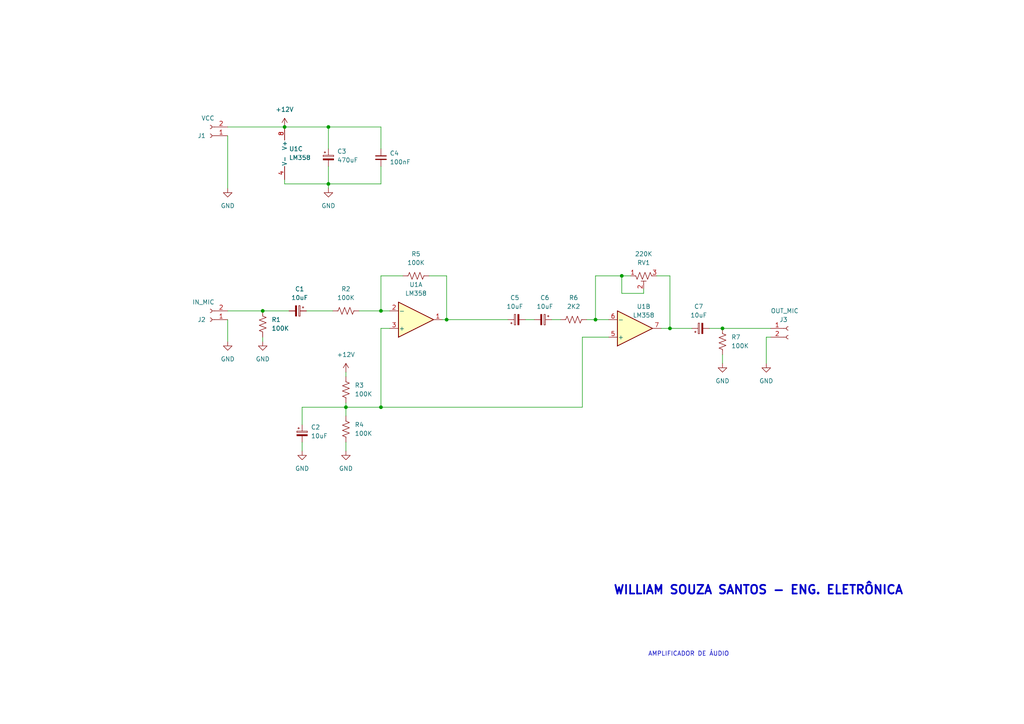
<source format=kicad_sch>
(kicad_sch (version 20211123) (generator eeschema)

  (uuid 6655a561-e2e1-4044-adf7-09ff39dd7778)

  (paper "A4")

  (lib_symbols
    (symbol "Amplifier_Operational:LM358" (pin_names (offset 0.127)) (in_bom yes) (on_board yes)
      (property "Reference" "U" (id 0) (at 0 5.08 0)
        (effects (font (size 1.27 1.27)) (justify left))
      )
      (property "Value" "LM358" (id 1) (at 0 -5.08 0)
        (effects (font (size 1.27 1.27)) (justify left))
      )
      (property "Footprint" "" (id 2) (at 0 0 0)
        (effects (font (size 1.27 1.27)) hide)
      )
      (property "Datasheet" "http://www.ti.com/lit/ds/symlink/lm2904-n.pdf" (id 3) (at 0 0 0)
        (effects (font (size 1.27 1.27)) hide)
      )
      (property "ki_locked" "" (id 4) (at 0 0 0)
        (effects (font (size 1.27 1.27)))
      )
      (property "ki_keywords" "dual opamp" (id 5) (at 0 0 0)
        (effects (font (size 1.27 1.27)) hide)
      )
      (property "ki_description" "Low-Power, Dual Operational Amplifiers, DIP-8/SOIC-8/TO-99-8" (id 6) (at 0 0 0)
        (effects (font (size 1.27 1.27)) hide)
      )
      (property "ki_fp_filters" "SOIC*3.9x4.9mm*P1.27mm* DIP*W7.62mm* TO*99* OnSemi*Micro8* TSSOP*3x3mm*P0.65mm* TSSOP*4.4x3mm*P0.65mm* MSOP*3x3mm*P0.65mm* SSOP*3.9x4.9mm*P0.635mm* LFCSP*2x2mm*P0.5mm* *SIP* SOIC*5.3x6.2mm*P1.27mm*" (id 7) (at 0 0 0)
        (effects (font (size 1.27 1.27)) hide)
      )
      (symbol "LM358_1_1"
        (polyline
          (pts
            (xy -5.08 5.08)
            (xy 5.08 0)
            (xy -5.08 -5.08)
            (xy -5.08 5.08)
          )
          (stroke (width 0.254) (type default) (color 0 0 0 0))
          (fill (type background))
        )
        (pin output line (at 7.62 0 180) (length 2.54)
          (name "~" (effects (font (size 1.27 1.27))))
          (number "1" (effects (font (size 1.27 1.27))))
        )
        (pin input line (at -7.62 -2.54 0) (length 2.54)
          (name "-" (effects (font (size 1.27 1.27))))
          (number "2" (effects (font (size 1.27 1.27))))
        )
        (pin input line (at -7.62 2.54 0) (length 2.54)
          (name "+" (effects (font (size 1.27 1.27))))
          (number "3" (effects (font (size 1.27 1.27))))
        )
      )
      (symbol "LM358_2_1"
        (polyline
          (pts
            (xy -5.08 5.08)
            (xy 5.08 0)
            (xy -5.08 -5.08)
            (xy -5.08 5.08)
          )
          (stroke (width 0.254) (type default) (color 0 0 0 0))
          (fill (type background))
        )
        (pin input line (at -7.62 2.54 0) (length 2.54)
          (name "+" (effects (font (size 1.27 1.27))))
          (number "5" (effects (font (size 1.27 1.27))))
        )
        (pin input line (at -7.62 -2.54 0) (length 2.54)
          (name "-" (effects (font (size 1.27 1.27))))
          (number "6" (effects (font (size 1.27 1.27))))
        )
        (pin output line (at 7.62 0 180) (length 2.54)
          (name "~" (effects (font (size 1.27 1.27))))
          (number "7" (effects (font (size 1.27 1.27))))
        )
      )
      (symbol "LM358_3_1"
        (pin power_in line (at -2.54 -7.62 90) (length 3.81)
          (name "V-" (effects (font (size 1.27 1.27))))
          (number "4" (effects (font (size 1.27 1.27))))
        )
        (pin power_in line (at -2.54 7.62 270) (length 3.81)
          (name "V+" (effects (font (size 1.27 1.27))))
          (number "8" (effects (font (size 1.27 1.27))))
        )
      )
    )
    (symbol "Connector:Conn_01x02_Female" (pin_names (offset 1.016) hide) (in_bom yes) (on_board yes)
      (property "Reference" "J" (id 0) (at 0 2.54 0)
        (effects (font (size 1.27 1.27)))
      )
      (property "Value" "Conn_01x02_Female" (id 1) (at 0 -5.08 0)
        (effects (font (size 1.27 1.27)))
      )
      (property "Footprint" "" (id 2) (at 0 0 0)
        (effects (font (size 1.27 1.27)) hide)
      )
      (property "Datasheet" "~" (id 3) (at 0 0 0)
        (effects (font (size 1.27 1.27)) hide)
      )
      (property "ki_keywords" "connector" (id 4) (at 0 0 0)
        (effects (font (size 1.27 1.27)) hide)
      )
      (property "ki_description" "Generic connector, single row, 01x02, script generated (kicad-library-utils/schlib/autogen/connector/)" (id 5) (at 0 0 0)
        (effects (font (size 1.27 1.27)) hide)
      )
      (property "ki_fp_filters" "Connector*:*_1x??_*" (id 6) (at 0 0 0)
        (effects (font (size 1.27 1.27)) hide)
      )
      (symbol "Conn_01x02_Female_1_1"
        (arc (start 0 -2.032) (mid -0.508 -2.54) (end 0 -3.048)
          (stroke (width 0.1524) (type default) (color 0 0 0 0))
          (fill (type none))
        )
        (polyline
          (pts
            (xy -1.27 -2.54)
            (xy -0.508 -2.54)
          )
          (stroke (width 0.1524) (type default) (color 0 0 0 0))
          (fill (type none))
        )
        (polyline
          (pts
            (xy -1.27 0)
            (xy -0.508 0)
          )
          (stroke (width 0.1524) (type default) (color 0 0 0 0))
          (fill (type none))
        )
        (arc (start 0 0.508) (mid -0.508 0) (end 0 -0.508)
          (stroke (width 0.1524) (type default) (color 0 0 0 0))
          (fill (type none))
        )
        (pin passive line (at -5.08 0 0) (length 3.81)
          (name "Pin_1" (effects (font (size 1.27 1.27))))
          (number "1" (effects (font (size 1.27 1.27))))
        )
        (pin passive line (at -5.08 -2.54 0) (length 3.81)
          (name "Pin_2" (effects (font (size 1.27 1.27))))
          (number "2" (effects (font (size 1.27 1.27))))
        )
      )
    )
    (symbol "Device:C_Polarized_Small" (pin_numbers hide) (pin_names (offset 0.254) hide) (in_bom yes) (on_board yes)
      (property "Reference" "C" (id 0) (at 0.254 1.778 0)
        (effects (font (size 1.27 1.27)) (justify left))
      )
      (property "Value" "C_Polarized_Small" (id 1) (at 0.254 -2.032 0)
        (effects (font (size 1.27 1.27)) (justify left))
      )
      (property "Footprint" "" (id 2) (at 0 0 0)
        (effects (font (size 1.27 1.27)) hide)
      )
      (property "Datasheet" "~" (id 3) (at 0 0 0)
        (effects (font (size 1.27 1.27)) hide)
      )
      (property "ki_keywords" "cap capacitor" (id 4) (at 0 0 0)
        (effects (font (size 1.27 1.27)) hide)
      )
      (property "ki_description" "Polarized capacitor, small symbol" (id 5) (at 0 0 0)
        (effects (font (size 1.27 1.27)) hide)
      )
      (property "ki_fp_filters" "CP_*" (id 6) (at 0 0 0)
        (effects (font (size 1.27 1.27)) hide)
      )
      (symbol "C_Polarized_Small_0_1"
        (rectangle (start -1.524 -0.3048) (end 1.524 -0.6858)
          (stroke (width 0) (type default) (color 0 0 0 0))
          (fill (type outline))
        )
        (rectangle (start -1.524 0.6858) (end 1.524 0.3048)
          (stroke (width 0) (type default) (color 0 0 0 0))
          (fill (type none))
        )
        (polyline
          (pts
            (xy -1.27 1.524)
            (xy -0.762 1.524)
          )
          (stroke (width 0) (type default) (color 0 0 0 0))
          (fill (type none))
        )
        (polyline
          (pts
            (xy -1.016 1.27)
            (xy -1.016 1.778)
          )
          (stroke (width 0) (type default) (color 0 0 0 0))
          (fill (type none))
        )
      )
      (symbol "C_Polarized_Small_1_1"
        (pin passive line (at 0 2.54 270) (length 1.8542)
          (name "~" (effects (font (size 1.27 1.27))))
          (number "1" (effects (font (size 1.27 1.27))))
        )
        (pin passive line (at 0 -2.54 90) (length 1.8542)
          (name "~" (effects (font (size 1.27 1.27))))
          (number "2" (effects (font (size 1.27 1.27))))
        )
      )
    )
    (symbol "Device:C_Small" (pin_numbers hide) (pin_names (offset 0.254) hide) (in_bom yes) (on_board yes)
      (property "Reference" "C" (id 0) (at 0.254 1.778 0)
        (effects (font (size 1.27 1.27)) (justify left))
      )
      (property "Value" "C_Small" (id 1) (at 0.254 -2.032 0)
        (effects (font (size 1.27 1.27)) (justify left))
      )
      (property "Footprint" "" (id 2) (at 0 0 0)
        (effects (font (size 1.27 1.27)) hide)
      )
      (property "Datasheet" "~" (id 3) (at 0 0 0)
        (effects (font (size 1.27 1.27)) hide)
      )
      (property "ki_keywords" "capacitor cap" (id 4) (at 0 0 0)
        (effects (font (size 1.27 1.27)) hide)
      )
      (property "ki_description" "Unpolarized capacitor, small symbol" (id 5) (at 0 0 0)
        (effects (font (size 1.27 1.27)) hide)
      )
      (property "ki_fp_filters" "C_*" (id 6) (at 0 0 0)
        (effects (font (size 1.27 1.27)) hide)
      )
      (symbol "C_Small_0_1"
        (polyline
          (pts
            (xy -1.524 -0.508)
            (xy 1.524 -0.508)
          )
          (stroke (width 0.3302) (type default) (color 0 0 0 0))
          (fill (type none))
        )
        (polyline
          (pts
            (xy -1.524 0.508)
            (xy 1.524 0.508)
          )
          (stroke (width 0.3048) (type default) (color 0 0 0 0))
          (fill (type none))
        )
      )
      (symbol "C_Small_1_1"
        (pin passive line (at 0 2.54 270) (length 2.032)
          (name "~" (effects (font (size 1.27 1.27))))
          (number "1" (effects (font (size 1.27 1.27))))
        )
        (pin passive line (at 0 -2.54 90) (length 2.032)
          (name "~" (effects (font (size 1.27 1.27))))
          (number "2" (effects (font (size 1.27 1.27))))
        )
      )
    )
    (symbol "Device:R_Potentiometer_Trim_US" (pin_names (offset 1.016) hide) (in_bom yes) (on_board yes)
      (property "Reference" "RV" (id 0) (at -4.445 0 90)
        (effects (font (size 1.27 1.27)))
      )
      (property "Value" "R_Potentiometer_Trim_US" (id 1) (at -2.54 0 90)
        (effects (font (size 1.27 1.27)))
      )
      (property "Footprint" "" (id 2) (at 0 0 0)
        (effects (font (size 1.27 1.27)) hide)
      )
      (property "Datasheet" "~" (id 3) (at 0 0 0)
        (effects (font (size 1.27 1.27)) hide)
      )
      (property "ki_keywords" "resistor variable trimpot trimmer" (id 4) (at 0 0 0)
        (effects (font (size 1.27 1.27)) hide)
      )
      (property "ki_description" "Trim-potentiometer, US symbol" (id 5) (at 0 0 0)
        (effects (font (size 1.27 1.27)) hide)
      )
      (property "ki_fp_filters" "Potentiometer*" (id 6) (at 0 0 0)
        (effects (font (size 1.27 1.27)) hide)
      )
      (symbol "R_Potentiometer_Trim_US_0_1"
        (polyline
          (pts
            (xy 0 -2.286)
            (xy 0 -2.54)
          )
          (stroke (width 0) (type default) (color 0 0 0 0))
          (fill (type none))
        )
        (polyline
          (pts
            (xy 0 2.286)
            (xy 0 2.54)
          )
          (stroke (width 0) (type default) (color 0 0 0 0))
          (fill (type none))
        )
        (polyline
          (pts
            (xy 1.524 0.762)
            (xy 1.524 -0.762)
          )
          (stroke (width 0) (type default) (color 0 0 0 0))
          (fill (type none))
        )
        (polyline
          (pts
            (xy 2.54 0)
            (xy 1.524 0)
          )
          (stroke (width 0) (type default) (color 0 0 0 0))
          (fill (type none))
        )
        (polyline
          (pts
            (xy 0 -0.762)
            (xy 1.016 -1.143)
            (xy 0 -1.524)
            (xy -1.016 -1.905)
            (xy 0 -2.286)
          )
          (stroke (width 0) (type default) (color 0 0 0 0))
          (fill (type none))
        )
        (polyline
          (pts
            (xy 0 0.762)
            (xy 1.016 0.381)
            (xy 0 0)
            (xy -1.016 -0.381)
            (xy 0 -0.762)
          )
          (stroke (width 0) (type default) (color 0 0 0 0))
          (fill (type none))
        )
        (polyline
          (pts
            (xy 0 2.286)
            (xy 1.016 1.905)
            (xy 0 1.524)
            (xy -1.016 1.143)
            (xy 0 0.762)
          )
          (stroke (width 0) (type default) (color 0 0 0 0))
          (fill (type none))
        )
      )
      (symbol "R_Potentiometer_Trim_US_1_1"
        (pin passive line (at 0 3.81 270) (length 1.27)
          (name "1" (effects (font (size 1.27 1.27))))
          (number "1" (effects (font (size 1.27 1.27))))
        )
        (pin passive line (at 3.81 0 180) (length 1.27)
          (name "2" (effects (font (size 1.27 1.27))))
          (number "2" (effects (font (size 1.27 1.27))))
        )
        (pin passive line (at 0 -3.81 90) (length 1.27)
          (name "3" (effects (font (size 1.27 1.27))))
          (number "3" (effects (font (size 1.27 1.27))))
        )
      )
    )
    (symbol "Device:R_US" (pin_numbers hide) (pin_names (offset 0)) (in_bom yes) (on_board yes)
      (property "Reference" "R" (id 0) (at 2.54 0 90)
        (effects (font (size 1.27 1.27)))
      )
      (property "Value" "R_US" (id 1) (at -2.54 0 90)
        (effects (font (size 1.27 1.27)))
      )
      (property "Footprint" "" (id 2) (at 1.016 -0.254 90)
        (effects (font (size 1.27 1.27)) hide)
      )
      (property "Datasheet" "~" (id 3) (at 0 0 0)
        (effects (font (size 1.27 1.27)) hide)
      )
      (property "ki_keywords" "R res resistor" (id 4) (at 0 0 0)
        (effects (font (size 1.27 1.27)) hide)
      )
      (property "ki_description" "Resistor, US symbol" (id 5) (at 0 0 0)
        (effects (font (size 1.27 1.27)) hide)
      )
      (property "ki_fp_filters" "R_*" (id 6) (at 0 0 0)
        (effects (font (size 1.27 1.27)) hide)
      )
      (symbol "R_US_0_1"
        (polyline
          (pts
            (xy 0 -2.286)
            (xy 0 -2.54)
          )
          (stroke (width 0) (type default) (color 0 0 0 0))
          (fill (type none))
        )
        (polyline
          (pts
            (xy 0 2.286)
            (xy 0 2.54)
          )
          (stroke (width 0) (type default) (color 0 0 0 0))
          (fill (type none))
        )
        (polyline
          (pts
            (xy 0 -0.762)
            (xy 1.016 -1.143)
            (xy 0 -1.524)
            (xy -1.016 -1.905)
            (xy 0 -2.286)
          )
          (stroke (width 0) (type default) (color 0 0 0 0))
          (fill (type none))
        )
        (polyline
          (pts
            (xy 0 0.762)
            (xy 1.016 0.381)
            (xy 0 0)
            (xy -1.016 -0.381)
            (xy 0 -0.762)
          )
          (stroke (width 0) (type default) (color 0 0 0 0))
          (fill (type none))
        )
        (polyline
          (pts
            (xy 0 2.286)
            (xy 1.016 1.905)
            (xy 0 1.524)
            (xy -1.016 1.143)
            (xy 0 0.762)
          )
          (stroke (width 0) (type default) (color 0 0 0 0))
          (fill (type none))
        )
      )
      (symbol "R_US_1_1"
        (pin passive line (at 0 3.81 270) (length 1.27)
          (name "~" (effects (font (size 1.27 1.27))))
          (number "1" (effects (font (size 1.27 1.27))))
        )
        (pin passive line (at 0 -3.81 90) (length 1.27)
          (name "~" (effects (font (size 1.27 1.27))))
          (number "2" (effects (font (size 1.27 1.27))))
        )
      )
    )
    (symbol "power:+12V" (power) (pin_names (offset 0)) (in_bom yes) (on_board yes)
      (property "Reference" "#PWR" (id 0) (at 0 -3.81 0)
        (effects (font (size 1.27 1.27)) hide)
      )
      (property "Value" "+12V" (id 1) (at 0 3.556 0)
        (effects (font (size 1.27 1.27)))
      )
      (property "Footprint" "" (id 2) (at 0 0 0)
        (effects (font (size 1.27 1.27)) hide)
      )
      (property "Datasheet" "" (id 3) (at 0 0 0)
        (effects (font (size 1.27 1.27)) hide)
      )
      (property "ki_keywords" "power-flag" (id 4) (at 0 0 0)
        (effects (font (size 1.27 1.27)) hide)
      )
      (property "ki_description" "Power symbol creates a global label with name \"+12V\"" (id 5) (at 0 0 0)
        (effects (font (size 1.27 1.27)) hide)
      )
      (symbol "+12V_0_1"
        (polyline
          (pts
            (xy -0.762 1.27)
            (xy 0 2.54)
          )
          (stroke (width 0) (type default) (color 0 0 0 0))
          (fill (type none))
        )
        (polyline
          (pts
            (xy 0 0)
            (xy 0 2.54)
          )
          (stroke (width 0) (type default) (color 0 0 0 0))
          (fill (type none))
        )
        (polyline
          (pts
            (xy 0 2.54)
            (xy 0.762 1.27)
          )
          (stroke (width 0) (type default) (color 0 0 0 0))
          (fill (type none))
        )
      )
      (symbol "+12V_1_1"
        (pin power_in line (at 0 0 90) (length 0) hide
          (name "+12V" (effects (font (size 1.27 1.27))))
          (number "1" (effects (font (size 1.27 1.27))))
        )
      )
    )
    (symbol "power:GND" (power) (pin_names (offset 0)) (in_bom yes) (on_board yes)
      (property "Reference" "#PWR" (id 0) (at 0 -6.35 0)
        (effects (font (size 1.27 1.27)) hide)
      )
      (property "Value" "GND" (id 1) (at 0 -3.81 0)
        (effects (font (size 1.27 1.27)))
      )
      (property "Footprint" "" (id 2) (at 0 0 0)
        (effects (font (size 1.27 1.27)) hide)
      )
      (property "Datasheet" "" (id 3) (at 0 0 0)
        (effects (font (size 1.27 1.27)) hide)
      )
      (property "ki_keywords" "power-flag" (id 4) (at 0 0 0)
        (effects (font (size 1.27 1.27)) hide)
      )
      (property "ki_description" "Power symbol creates a global label with name \"GND\" , ground" (id 5) (at 0 0 0)
        (effects (font (size 1.27 1.27)) hide)
      )
      (symbol "GND_0_1"
        (polyline
          (pts
            (xy 0 0)
            (xy 0 -1.27)
            (xy 1.27 -1.27)
            (xy 0 -2.54)
            (xy -1.27 -1.27)
            (xy 0 -1.27)
          )
          (stroke (width 0) (type default) (color 0 0 0 0))
          (fill (type none))
        )
      )
      (symbol "GND_1_1"
        (pin power_in line (at 0 0 270) (length 0) hide
          (name "GND" (effects (font (size 1.27 1.27))))
          (number "1" (effects (font (size 1.27 1.27))))
        )
      )
    )
  )


  (junction (at 194.31 95.25) (diameter 0) (color 0 0 0 0)
    (uuid 2ac8cdd8-b94f-4bf2-a586-c8cfe112bf90)
  )
  (junction (at 209.55 95.25) (diameter 0) (color 0 0 0 0)
    (uuid 3820c88f-64e2-42a7-b5d4-c00a4305c004)
  )
  (junction (at 95.25 53.34) (diameter 0) (color 0 0 0 0)
    (uuid 62b8d9a4-0e55-41b2-9d06-f339bf619b8a)
  )
  (junction (at 95.25 36.83) (diameter 0) (color 0 0 0 0)
    (uuid 64904232-11c9-45eb-b9a4-1d03821b0c1b)
  )
  (junction (at 129.54 92.71) (diameter 0) (color 0 0 0 0)
    (uuid 70f05642-92f9-4ea0-81f4-685f5ed1091a)
  )
  (junction (at 110.49 90.17) (diameter 0) (color 0 0 0 0)
    (uuid 92117ce9-303f-49c4-bdde-823abc79e4d7)
  )
  (junction (at 172.72 92.71) (diameter 0) (color 0 0 0 0)
    (uuid a88bd6cf-5d36-4105-a1b5-568e6515b3e9)
  )
  (junction (at 100.33 118.11) (diameter 0) (color 0 0 0 0)
    (uuid b7e2a186-a50f-4d06-a809-46397d6fb4c8)
  )
  (junction (at 76.2 90.17) (diameter 0) (color 0 0 0 0)
    (uuid cbbde5ec-85ed-446c-ae22-f829aac99a36)
  )
  (junction (at 110.49 118.11) (diameter 0) (color 0 0 0 0)
    (uuid cc0af00a-252e-407f-8413-b2224f994f7b)
  )
  (junction (at 180.34 80.01) (diameter 0) (color 0 0 0 0)
    (uuid d50dd1c4-b6bb-4837-94aa-5a4b6c0861ac)
  )
  (junction (at 82.55 36.83) (diameter 0) (color 0 0 0 0)
    (uuid df975439-4091-4e1d-a2d9-d96a0c7cf014)
  )

  (wire (pts (xy 223.52 97.79) (xy 222.25 97.79))
    (stroke (width 0) (type default) (color 0 0 0 0))
    (uuid 0267767c-d7ae-4e75-8bbd-5f793a6863ac)
  )
  (wire (pts (xy 176.53 97.79) (xy 168.91 97.79))
    (stroke (width 0) (type default) (color 0 0 0 0))
    (uuid 0fe71a38-f9de-4dba-99a6-4586e882a882)
  )
  (wire (pts (xy 194.31 95.25) (xy 191.77 95.25))
    (stroke (width 0) (type default) (color 0 0 0 0))
    (uuid 11fbeda3-3010-4f1e-85bd-5215b0b02fbb)
  )
  (wire (pts (xy 180.34 85.09) (xy 180.34 80.01))
    (stroke (width 0) (type default) (color 0 0 0 0))
    (uuid 29ba17c1-f3fb-47ee-8945-e56d5e9d4af5)
  )
  (wire (pts (xy 95.25 36.83) (xy 110.49 36.83))
    (stroke (width 0) (type default) (color 0 0 0 0))
    (uuid 2b9c5b02-6508-4b13-ba98-85dcbd6adda1)
  )
  (wire (pts (xy 100.33 107.95) (xy 100.33 109.22))
    (stroke (width 0) (type default) (color 0 0 0 0))
    (uuid 3118995a-9834-43dc-a211-5ccdc4d2fef1)
  )
  (wire (pts (xy 100.33 118.11) (xy 87.63 118.11))
    (stroke (width 0) (type default) (color 0 0 0 0))
    (uuid 38166de0-8d26-4fbe-bef6-ec1ae25c9ca8)
  )
  (wire (pts (xy 205.74 95.25) (xy 209.55 95.25))
    (stroke (width 0) (type default) (color 0 0 0 0))
    (uuid 415aa6f5-d10b-429a-99fa-f14eab454ab6)
  )
  (wire (pts (xy 66.04 39.37) (xy 66.04 54.61))
    (stroke (width 0) (type default) (color 0 0 0 0))
    (uuid 445e5629-82a1-4436-97a0-6833673d3409)
  )
  (wire (pts (xy 110.49 118.11) (xy 100.33 118.11))
    (stroke (width 0) (type default) (color 0 0 0 0))
    (uuid 4bd8ee5d-d26f-431b-a363-eea9af485fd2)
  )
  (wire (pts (xy 110.49 118.11) (xy 168.91 118.11))
    (stroke (width 0) (type default) (color 0 0 0 0))
    (uuid 5005e74f-9e84-44cc-bea0-508720b6a4a7)
  )
  (wire (pts (xy 110.49 80.01) (xy 110.49 90.17))
    (stroke (width 0) (type default) (color 0 0 0 0))
    (uuid 51255124-feef-4401-a5fe-917cd5c736cc)
  )
  (wire (pts (xy 110.49 90.17) (xy 113.03 90.17))
    (stroke (width 0) (type default) (color 0 0 0 0))
    (uuid 5393ae11-f217-4f14-967a-a48230f9fdb6)
  )
  (wire (pts (xy 66.04 92.71) (xy 66.04 99.06))
    (stroke (width 0) (type default) (color 0 0 0 0))
    (uuid 57f61482-359d-4c7a-a93d-94c495ad6bf3)
  )
  (wire (pts (xy 66.04 36.83) (xy 82.55 36.83))
    (stroke (width 0) (type default) (color 0 0 0 0))
    (uuid 60c4d2a8-982c-4c77-8460-ad89de1505ba)
  )
  (wire (pts (xy 87.63 128.27) (xy 87.63 130.81))
    (stroke (width 0) (type default) (color 0 0 0 0))
    (uuid 614ff4ca-8da7-4fbc-8ca4-816d53abbfd8)
  )
  (wire (pts (xy 100.33 118.11) (xy 100.33 120.65))
    (stroke (width 0) (type default) (color 0 0 0 0))
    (uuid 634470d5-c867-4d18-87a2-00a112650ee8)
  )
  (wire (pts (xy 95.25 53.34) (xy 82.55 53.34))
    (stroke (width 0) (type default) (color 0 0 0 0))
    (uuid 65ae6418-5f13-4b66-be8e-eaa6aea05173)
  )
  (wire (pts (xy 172.72 80.01) (xy 172.72 92.71))
    (stroke (width 0) (type default) (color 0 0 0 0))
    (uuid 6e27a141-a26d-4d92-b8c7-34c610a13bc1)
  )
  (wire (pts (xy 104.14 90.17) (xy 110.49 90.17))
    (stroke (width 0) (type default) (color 0 0 0 0))
    (uuid 6f25f425-e506-4b33-a4e1-c258c1117b45)
  )
  (wire (pts (xy 110.49 53.34) (xy 95.25 53.34))
    (stroke (width 0) (type default) (color 0 0 0 0))
    (uuid 7343fc0a-5e32-43c6-9e38-643c90dc0242)
  )
  (wire (pts (xy 168.91 97.79) (xy 168.91 118.11))
    (stroke (width 0) (type default) (color 0 0 0 0))
    (uuid 776e6245-5c2b-4748-98ac-72f73f921d44)
  )
  (wire (pts (xy 170.18 92.71) (xy 172.72 92.71))
    (stroke (width 0) (type default) (color 0 0 0 0))
    (uuid 7a564e0e-985e-44b3-b170-eb135872b39d)
  )
  (wire (pts (xy 113.03 95.25) (xy 110.49 95.25))
    (stroke (width 0) (type default) (color 0 0 0 0))
    (uuid 88d9a44f-d4c9-4a09-bf57-9003147ef7d4)
  )
  (wire (pts (xy 186.69 83.82) (xy 186.69 85.09))
    (stroke (width 0) (type default) (color 0 0 0 0))
    (uuid 8a94c653-4a6c-4297-8c40-4e7b3390c846)
  )
  (wire (pts (xy 87.63 118.11) (xy 87.63 123.19))
    (stroke (width 0) (type default) (color 0 0 0 0))
    (uuid 8acc4b07-5d88-43d2-9815-54aee42ec762)
  )
  (wire (pts (xy 182.88 80.01) (xy 180.34 80.01))
    (stroke (width 0) (type default) (color 0 0 0 0))
    (uuid 8f53abef-700a-4d89-8cf0-0fa8656e1a57)
  )
  (wire (pts (xy 100.33 128.27) (xy 100.33 130.81))
    (stroke (width 0) (type default) (color 0 0 0 0))
    (uuid 92b0bc98-0595-4a4d-ba14-6cfc88461b13)
  )
  (wire (pts (xy 76.2 97.79) (xy 76.2 99.06))
    (stroke (width 0) (type default) (color 0 0 0 0))
    (uuid 93d12170-c15d-4b37-a549-b3c91a84be60)
  )
  (wire (pts (xy 88.9 90.17) (xy 96.52 90.17))
    (stroke (width 0) (type default) (color 0 0 0 0))
    (uuid 97bf253e-b531-42e4-bdad-5ef21424f96a)
  )
  (wire (pts (xy 129.54 92.71) (xy 147.32 92.71))
    (stroke (width 0) (type default) (color 0 0 0 0))
    (uuid 99c1219f-3d29-44b0-b1ff-dbdc52fafa64)
  )
  (wire (pts (xy 76.2 90.17) (xy 83.82 90.17))
    (stroke (width 0) (type default) (color 0 0 0 0))
    (uuid ab2633e0-6cdc-4d73-9105-a9e3eac531ef)
  )
  (wire (pts (xy 95.25 43.18) (xy 95.25 36.83))
    (stroke (width 0) (type default) (color 0 0 0 0))
    (uuid b017352e-56b0-4782-be85-f8a72b6cef43)
  )
  (wire (pts (xy 110.49 43.18) (xy 110.49 36.83))
    (stroke (width 0) (type default) (color 0 0 0 0))
    (uuid b1b9deba-de59-4b19-80e9-a286e1d44842)
  )
  (wire (pts (xy 66.04 90.17) (xy 76.2 90.17))
    (stroke (width 0) (type default) (color 0 0 0 0))
    (uuid b9c47765-c89f-486a-8383-18e827a6eb6a)
  )
  (wire (pts (xy 160.02 92.71) (xy 162.56 92.71))
    (stroke (width 0) (type default) (color 0 0 0 0))
    (uuid bcd85b0d-0451-4e64-ac43-0cb72815f62c)
  )
  (wire (pts (xy 110.49 48.26) (xy 110.49 53.34))
    (stroke (width 0) (type default) (color 0 0 0 0))
    (uuid bd6fec78-7158-4c63-a3d4-566495037ed5)
  )
  (wire (pts (xy 128.27 92.71) (xy 129.54 92.71))
    (stroke (width 0) (type default) (color 0 0 0 0))
    (uuid bf8dff56-95b5-4937-b162-52296e9a1f92)
  )
  (wire (pts (xy 129.54 80.01) (xy 129.54 92.71))
    (stroke (width 0) (type default) (color 0 0 0 0))
    (uuid c07a5ce5-7b73-44f8-b80e-f6e7cfea4478)
  )
  (wire (pts (xy 190.5 80.01) (xy 194.31 80.01))
    (stroke (width 0) (type default) (color 0 0 0 0))
    (uuid c0a37c7b-08fc-4faa-a27b-f83084b26b03)
  )
  (wire (pts (xy 95.25 36.83) (xy 82.55 36.83))
    (stroke (width 0) (type default) (color 0 0 0 0))
    (uuid c0a94ccf-9551-4ea0-902a-64d817ab2bc2)
  )
  (wire (pts (xy 95.25 54.61) (xy 95.25 53.34))
    (stroke (width 0) (type default) (color 0 0 0 0))
    (uuid c4614d09-a1da-458a-b85e-03381c35867c)
  )
  (wire (pts (xy 172.72 80.01) (xy 180.34 80.01))
    (stroke (width 0) (type default) (color 0 0 0 0))
    (uuid c50df54c-ffe9-4d51-990b-e4aeeb4dfe7f)
  )
  (wire (pts (xy 124.46 80.01) (xy 129.54 80.01))
    (stroke (width 0) (type default) (color 0 0 0 0))
    (uuid c70f625e-8cd1-4241-89bb-0e7878360b24)
  )
  (wire (pts (xy 194.31 80.01) (xy 194.31 95.25))
    (stroke (width 0) (type default) (color 0 0 0 0))
    (uuid c76b80a9-0909-4193-9b8d-9fb62a846e14)
  )
  (wire (pts (xy 222.25 97.79) (xy 222.25 105.41))
    (stroke (width 0) (type default) (color 0 0 0 0))
    (uuid c81025c2-5250-4b3d-87cc-94cfd2d731e0)
  )
  (wire (pts (xy 172.72 92.71) (xy 176.53 92.71))
    (stroke (width 0) (type default) (color 0 0 0 0))
    (uuid c8e19a97-c284-4bc6-b0ac-ea673100cb09)
  )
  (wire (pts (xy 152.4 92.71) (xy 154.94 92.71))
    (stroke (width 0) (type default) (color 0 0 0 0))
    (uuid cbbd8863-0477-4f52-8a05-0e94df7460c9)
  )
  (wire (pts (xy 100.33 116.84) (xy 100.33 118.11))
    (stroke (width 0) (type default) (color 0 0 0 0))
    (uuid cbfb44ae-525b-4398-be8b-3330afe493c0)
  )
  (wire (pts (xy 110.49 95.25) (xy 110.49 118.11))
    (stroke (width 0) (type default) (color 0 0 0 0))
    (uuid d19dae82-0f28-4500-b24d-8f3529b21e5d)
  )
  (wire (pts (xy 95.25 48.26) (xy 95.25 53.34))
    (stroke (width 0) (type default) (color 0 0 0 0))
    (uuid d32781fb-e129-4c8f-b9d2-6a19b9bbc6f4)
  )
  (wire (pts (xy 82.55 52.07) (xy 82.55 53.34))
    (stroke (width 0) (type default) (color 0 0 0 0))
    (uuid d67e6895-b197-49e0-8287-c1a0e2c516f0)
  )
  (wire (pts (xy 209.55 95.25) (xy 223.52 95.25))
    (stroke (width 0) (type default) (color 0 0 0 0))
    (uuid dcbd1112-8301-49ac-8032-c8ac8d747170)
  )
  (wire (pts (xy 186.69 85.09) (xy 180.34 85.09))
    (stroke (width 0) (type default) (color 0 0 0 0))
    (uuid dce678e4-2e98-4276-83ba-48acb80663bf)
  )
  (wire (pts (xy 116.84 80.01) (xy 110.49 80.01))
    (stroke (width 0) (type default) (color 0 0 0 0))
    (uuid e4b66437-3689-4d40-934c-8533848a2a27)
  )
  (wire (pts (xy 194.31 95.25) (xy 200.66 95.25))
    (stroke (width 0) (type default) (color 0 0 0 0))
    (uuid eabdc271-f2e1-4973-b993-891abd616c7d)
  )
  (wire (pts (xy 209.55 102.87) (xy 209.55 105.41))
    (stroke (width 0) (type default) (color 0 0 0 0))
    (uuid fa6b0462-56e3-4fb6-b533-851675051986)
  )

  (text "WILLIAM SOUZA SANTOS - ENG. ELETRÔNICA" (at 177.8 172.72 0)
    (effects (font (size 2.5 2.5) (thickness 0.5) bold) (justify left bottom))
    (uuid 129e58e8-a686-4cc8-ac50-efab8ca6b023)
  )
  (text "AMPLIFICADOR DE ÁUDIO" (at 187.96 190.5 0)
    (effects (font (size 1.27 1.27)) (justify left bottom))
    (uuid 22fa1c93-3af8-4e26-8af4-2a8d44774a83)
  )

  (symbol (lib_id "Device:C_Polarized_Small") (at 95.25 45.72 0) (unit 1)
    (in_bom yes) (on_board yes) (fields_autoplaced)
    (uuid 0202a6f7-d9df-4a7d-b44b-1728b0e05d62)
    (property "Reference" "C3" (id 0) (at 97.79 43.9038 0)
      (effects (font (size 1.27 1.27)) (justify left))
    )
    (property "Value" "470uF" (id 1) (at 97.79 46.4438 0)
      (effects (font (size 1.27 1.27)) (justify left))
    )
    (property "Footprint" "Capacitor_THT:CP_Radial_D8.0mm_P3.50mm" (id 2) (at 95.25 45.72 0)
      (effects (font (size 1.27 1.27)) hide)
    )
    (property "Datasheet" "~" (id 3) (at 95.25 45.72 0)
      (effects (font (size 1.27 1.27)) hide)
    )
    (pin "1" (uuid f42faf65-6415-498e-ba29-8861ed52537e))
    (pin "2" (uuid 868a1667-a782-428b-90a7-6fdd33691aa1))
  )

  (symbol (lib_id "Device:C_Polarized_Small") (at 87.63 125.73 0) (unit 1)
    (in_bom yes) (on_board yes) (fields_autoplaced)
    (uuid 03a7cd90-5f3b-4321-8c0a-64864c55b667)
    (property "Reference" "C2" (id 0) (at 90.17 123.9138 0)
      (effects (font (size 1.27 1.27)) (justify left))
    )
    (property "Value" "10uF" (id 1) (at 90.17 126.4538 0)
      (effects (font (size 1.27 1.27)) (justify left))
    )
    (property "Footprint" "Capacitor_THT:CP_Radial_D8.0mm_P3.50mm" (id 2) (at 87.63 125.73 0)
      (effects (font (size 1.27 1.27)) hide)
    )
    (property "Datasheet" "~" (id 3) (at 87.63 125.73 0)
      (effects (font (size 1.27 1.27)) hide)
    )
    (pin "1" (uuid df50644b-bf66-46f4-b0c9-922c40f1f2e5))
    (pin "2" (uuid 04e3b116-0641-4a54-8892-c96a59309f1b))
  )

  (symbol (lib_id "Amplifier_Operational:LM358") (at 120.65 92.71 0) (mirror x) (unit 1)
    (in_bom yes) (on_board yes) (fields_autoplaced)
    (uuid 07c2b5ed-6782-4378-8c1e-edc946faae31)
    (property "Reference" "U1" (id 0) (at 120.65 82.55 0))
    (property "Value" "LM358" (id 1) (at 120.65 85.09 0))
    (property "Footprint" "Package_DIP:DIP-8_W7.62mm_LongPads" (id 2) (at 120.65 92.71 0)
      (effects (font (size 1.27 1.27)) hide)
    )
    (property "Datasheet" "http://www.ti.com/lit/ds/symlink/lm2904-n.pdf" (id 3) (at 120.65 92.71 0)
      (effects (font (size 1.27 1.27)) hide)
    )
    (pin "1" (uuid c9078291-99ea-4289-978f-b994dc163fa0))
    (pin "2" (uuid 982981e9-cdb9-41dd-8b9a-5b59310e3077))
    (pin "3" (uuid adb144fa-3ec3-40ce-9c72-713078aec987))
    (pin "5" (uuid da17946a-0c1b-456e-8498-03a152b0904c))
    (pin "6" (uuid a4dfb2a9-6762-4bd3-b18a-49c6b03516d8))
    (pin "7" (uuid ee3ec094-1add-426f-bd6c-e08230b7c115))
    (pin "4" (uuid aa43fcd4-36da-4c6f-96a6-6b0d2a1208cf))
    (pin "8" (uuid fed4c78d-2bee-4fad-b984-1f18af6f63ac))
  )

  (symbol (lib_id "Device:R_US") (at 100.33 113.03 180) (unit 1)
    (in_bom yes) (on_board yes) (fields_autoplaced)
    (uuid 08b233bc-d8e4-43fe-88a3-879c6e51b0fe)
    (property "Reference" "R3" (id 0) (at 102.87 111.7599 0)
      (effects (font (size 1.27 1.27)) (justify right))
    )
    (property "Value" "100K" (id 1) (at 102.87 114.2999 0)
      (effects (font (size 1.27 1.27)) (justify right))
    )
    (property "Footprint" "Resistor_THT:R_Axial_DIN0207_L6.3mm_D2.5mm_P7.62mm_Horizontal" (id 2) (at 99.314 112.776 90)
      (effects (font (size 1.27 1.27)) hide)
    )
    (property "Datasheet" "~" (id 3) (at 100.33 113.03 0)
      (effects (font (size 1.27 1.27)) hide)
    )
    (pin "1" (uuid 6508b67a-6d8c-4024-b444-037adf26c3d7))
    (pin "2" (uuid 3b65780b-592b-46ff-8887-6fbdc8bfe13d))
  )

  (symbol (lib_id "Amplifier_Operational:LM358") (at 184.15 95.25 0) (mirror x) (unit 2)
    (in_bom yes) (on_board yes)
    (uuid 09ff1348-6943-4ac4-b93a-49636aa2d50f)
    (property "Reference" "U1" (id 0) (at 186.69 88.9 0))
    (property "Value" "LM358" (id 1) (at 186.69 91.44 0))
    (property "Footprint" "Package_DIP:DIP-8_W7.62mm_LongPads" (id 2) (at 184.15 95.25 0)
      (effects (font (size 1.27 1.27)) hide)
    )
    (property "Datasheet" "http://www.ti.com/lit/ds/symlink/lm2904-n.pdf" (id 3) (at 184.15 95.25 0)
      (effects (font (size 1.27 1.27)) hide)
    )
    (pin "1" (uuid 63f77c4d-33b8-463c-a5f3-cc44de7af45d))
    (pin "2" (uuid 7227c70a-cc80-4388-bc33-6b513f7dc37b))
    (pin "3" (uuid a1300b4c-7499-4041-9b37-97692275b080))
    (pin "5" (uuid b5e2bc8a-d6a8-4e99-86b5-d31e00686b92))
    (pin "6" (uuid cfd4ab1a-b736-46b7-95de-87b481070242))
    (pin "7" (uuid ac8ed7f5-37dd-4392-89ee-dd11e3c621ec))
    (pin "4" (uuid ffe67192-7c54-461e-9db3-8700762c905b))
    (pin "8" (uuid 9f20513f-dc75-4f71-84c8-dabfb2b71534))
  )

  (symbol (lib_id "Device:R_US") (at 120.65 80.01 90) (unit 1)
    (in_bom yes) (on_board yes) (fields_autoplaced)
    (uuid 0d686002-2e80-4249-8fd1-83259dec588b)
    (property "Reference" "R5" (id 0) (at 120.65 73.66 90))
    (property "Value" "100K" (id 1) (at 120.65 76.2 90))
    (property "Footprint" "Resistor_THT:R_Axial_DIN0207_L6.3mm_D2.5mm_P7.62mm_Horizontal" (id 2) (at 120.904 78.994 90)
      (effects (font (size 1.27 1.27)) hide)
    )
    (property "Datasheet" "~" (id 3) (at 120.65 80.01 0)
      (effects (font (size 1.27 1.27)) hide)
    )
    (pin "1" (uuid a653eb67-6883-4d0c-b4cc-5ce6a3cc800b))
    (pin "2" (uuid aea92764-ada2-4229-981f-29ba9bed1ca3))
  )

  (symbol (lib_id "power:GND") (at 222.25 105.41 0) (unit 1)
    (in_bom yes) (on_board yes) (fields_autoplaced)
    (uuid 11e07148-0f60-4de5-9f7c-2811096ebabc)
    (property "Reference" "#PWR010" (id 0) (at 222.25 111.76 0)
      (effects (font (size 1.27 1.27)) hide)
    )
    (property "Value" "GND" (id 1) (at 222.25 110.49 0))
    (property "Footprint" "" (id 2) (at 222.25 105.41 0)
      (effects (font (size 1.27 1.27)) hide)
    )
    (property "Datasheet" "" (id 3) (at 222.25 105.41 0)
      (effects (font (size 1.27 1.27)) hide)
    )
    (pin "1" (uuid 3990e3a6-8e29-4840-8a95-f8d733afe5f8))
  )

  (symbol (lib_id "Device:C_Polarized_Small") (at 149.86 92.71 90) (unit 1)
    (in_bom yes) (on_board yes) (fields_autoplaced)
    (uuid 1865ba88-0156-4887-8fe6-88433f77c7cc)
    (property "Reference" "C5" (id 0) (at 149.3139 86.36 90))
    (property "Value" "10uF" (id 1) (at 149.3139 88.9 90))
    (property "Footprint" "Capacitor_THT:CP_Radial_D8.0mm_P3.50mm" (id 2) (at 149.86 92.71 0)
      (effects (font (size 1.27 1.27)) hide)
    )
    (property "Datasheet" "~" (id 3) (at 149.86 92.71 0)
      (effects (font (size 1.27 1.27)) hide)
    )
    (pin "1" (uuid 0be51228-9e88-4a1a-89ff-d010dc28c5e1))
    (pin "2" (uuid d7b8b63f-a3b7-44b7-8829-f9a63f411dc6))
  )

  (symbol (lib_id "Connector:Conn_01x02_Female") (at 228.6 95.25 0) (unit 1)
    (in_bom yes) (on_board yes)
    (uuid 28a5cf6e-36b6-43ef-838e-b1a7d02ecf2d)
    (property "Reference" "J3" (id 0) (at 226.06 92.71 0)
      (effects (font (size 1.27 1.27)) (justify left))
    )
    (property "Value" "OUT_MIC" (id 1) (at 223.52 90.17 0)
      (effects (font (size 1.27 1.27)) (justify left))
    )
    (property "Footprint" "TerminalBlock:TerminalBlock_bornier-2_P5.08mm" (id 2) (at 228.6 95.25 0)
      (effects (font (size 1.27 1.27)) hide)
    )
    (property "Datasheet" "~" (id 3) (at 228.6 95.25 0)
      (effects (font (size 1.27 1.27)) hide)
    )
    (pin "1" (uuid fb401ee6-19b6-4a05-9835-855ce36f2f90))
    (pin "2" (uuid 956e16a7-dc35-44b7-9805-3cbd144f9278))
  )

  (symbol (lib_id "power:GND") (at 209.55 105.41 0) (unit 1)
    (in_bom yes) (on_board yes) (fields_autoplaced)
    (uuid 2dc8c615-9a18-4c1b-998a-f2be4b1f394b)
    (property "Reference" "#PWR09" (id 0) (at 209.55 111.76 0)
      (effects (font (size 1.27 1.27)) hide)
    )
    (property "Value" "GND" (id 1) (at 209.55 110.49 0))
    (property "Footprint" "" (id 2) (at 209.55 105.41 0)
      (effects (font (size 1.27 1.27)) hide)
    )
    (property "Datasheet" "" (id 3) (at 209.55 105.41 0)
      (effects (font (size 1.27 1.27)) hide)
    )
    (pin "1" (uuid d735056b-67f3-4065-bf48-0d9567c38311))
  )

  (symbol (lib_id "Device:C_Polarized_Small") (at 86.36 90.17 270) (unit 1)
    (in_bom yes) (on_board yes) (fields_autoplaced)
    (uuid 341b3590-f64a-47ae-9266-3a52319110b5)
    (property "Reference" "C1" (id 0) (at 86.9061 83.82 90))
    (property "Value" "10uF" (id 1) (at 86.9061 86.36 90))
    (property "Footprint" "Capacitor_THT:CP_Radial_D8.0mm_P3.50mm" (id 2) (at 86.36 90.17 0)
      (effects (font (size 1.27 1.27)) hide)
    )
    (property "Datasheet" "~" (id 3) (at 86.36 90.17 0)
      (effects (font (size 1.27 1.27)) hide)
    )
    (pin "1" (uuid 5ee93f9d-25ac-4433-9909-e251a24b36b1))
    (pin "2" (uuid 81664a87-d460-4930-aa0e-ce5f6b2f7a75))
  )

  (symbol (lib_id "Device:C_Small") (at 110.49 45.72 0) (unit 1)
    (in_bom yes) (on_board yes) (fields_autoplaced)
    (uuid 3cd2e03b-1c01-45b8-93b8-9cf70940fc93)
    (property "Reference" "C4" (id 0) (at 113.03 44.4562 0)
      (effects (font (size 1.27 1.27)) (justify left))
    )
    (property "Value" "100nF" (id 1) (at 113.03 46.9962 0)
      (effects (font (size 1.27 1.27)) (justify left))
    )
    (property "Footprint" "Capacitor_THT:C_Disc_D5.0mm_W2.5mm_P5.00mm" (id 2) (at 110.49 45.72 0)
      (effects (font (size 1.27 1.27)) hide)
    )
    (property "Datasheet" "~" (id 3) (at 110.49 45.72 0)
      (effects (font (size 1.27 1.27)) hide)
    )
    (pin "1" (uuid ab6e235f-3589-490e-971d-4a2d6a938086))
    (pin "2" (uuid 19da8ce2-561f-4abe-9e31-756812d23a6b))
  )

  (symbol (lib_id "power:GND") (at 100.33 130.81 0) (unit 1)
    (in_bom yes) (on_board yes) (fields_autoplaced)
    (uuid 42c0e87f-26c1-45f1-9648-0be8fb4999e4)
    (property "Reference" "#PWR08" (id 0) (at 100.33 137.16 0)
      (effects (font (size 1.27 1.27)) hide)
    )
    (property "Value" "GND" (id 1) (at 100.33 135.89 0))
    (property "Footprint" "" (id 2) (at 100.33 130.81 0)
      (effects (font (size 1.27 1.27)) hide)
    )
    (property "Datasheet" "" (id 3) (at 100.33 130.81 0)
      (effects (font (size 1.27 1.27)) hide)
    )
    (pin "1" (uuid 2591b0f2-e074-4d91-ab45-45563302db01))
  )

  (symbol (lib_id "Device:R_US") (at 76.2 93.98 180) (unit 1)
    (in_bom yes) (on_board yes) (fields_autoplaced)
    (uuid 4fdaf1f3-5867-4215-b7b7-f634df50b12b)
    (property "Reference" "R1" (id 0) (at 78.74 92.7099 0)
      (effects (font (size 1.27 1.27)) (justify right))
    )
    (property "Value" "100K" (id 1) (at 78.74 95.2499 0)
      (effects (font (size 1.27 1.27)) (justify right))
    )
    (property "Footprint" "Resistor_THT:R_Axial_DIN0207_L6.3mm_D2.5mm_P7.62mm_Horizontal" (id 2) (at 75.184 93.726 90)
      (effects (font (size 1.27 1.27)) hide)
    )
    (property "Datasheet" "~" (id 3) (at 76.2 93.98 0)
      (effects (font (size 1.27 1.27)) hide)
    )
    (pin "1" (uuid bd0d2e3b-8eda-4b1c-913b-65b9b7a2dec8))
    (pin "2" (uuid b71a9fb7-fa2d-4788-b982-e7cb8c68b10a))
  )

  (symbol (lib_id "Device:R_US") (at 166.37 92.71 270) (unit 1)
    (in_bom yes) (on_board yes) (fields_autoplaced)
    (uuid 5252509d-ab1d-4286-8d18-a014aacf8893)
    (property "Reference" "R6" (id 0) (at 166.37 86.36 90))
    (property "Value" "2K2" (id 1) (at 166.37 88.9 90))
    (property "Footprint" "Resistor_THT:R_Axial_DIN0207_L6.3mm_D2.5mm_P7.62mm_Horizontal" (id 2) (at 166.116 93.726 90)
      (effects (font (size 1.27 1.27)) hide)
    )
    (property "Datasheet" "~" (id 3) (at 166.37 92.71 0)
      (effects (font (size 1.27 1.27)) hide)
    )
    (pin "1" (uuid 745e95c0-7c78-4a58-be49-d5490a9dff74))
    (pin "2" (uuid 6be13c85-800e-4f74-8cd1-8e5656f673dd))
  )

  (symbol (lib_id "Device:C_Polarized_Small") (at 157.48 92.71 270) (unit 1)
    (in_bom yes) (on_board yes) (fields_autoplaced)
    (uuid 52545539-f64d-45be-9ddf-df32a7b196e1)
    (property "Reference" "C6" (id 0) (at 158.0261 86.36 90))
    (property "Value" "10uF" (id 1) (at 158.0261 88.9 90))
    (property "Footprint" "Capacitor_THT:CP_Radial_D8.0mm_P3.50mm" (id 2) (at 157.48 92.71 0)
      (effects (font (size 1.27 1.27)) hide)
    )
    (property "Datasheet" "~" (id 3) (at 157.48 92.71 0)
      (effects (font (size 1.27 1.27)) hide)
    )
    (pin "1" (uuid b28abb7d-15e1-4e2c-8e5b-2781c88446ba))
    (pin "2" (uuid f4e3825a-5563-4c77-bd8d-5001ff5451cf))
  )

  (symbol (lib_id "Device:R_US") (at 100.33 124.46 180) (unit 1)
    (in_bom yes) (on_board yes) (fields_autoplaced)
    (uuid 560a0199-b1d2-4d22-a2c1-e42341861398)
    (property "Reference" "R4" (id 0) (at 102.87 123.1899 0)
      (effects (font (size 1.27 1.27)) (justify right))
    )
    (property "Value" "100K" (id 1) (at 102.87 125.7299 0)
      (effects (font (size 1.27 1.27)) (justify right))
    )
    (property "Footprint" "Resistor_THT:R_Axial_DIN0207_L6.3mm_D2.5mm_P7.62mm_Horizontal" (id 2) (at 99.314 124.206 90)
      (effects (font (size 1.27 1.27)) hide)
    )
    (property "Datasheet" "~" (id 3) (at 100.33 124.46 0)
      (effects (font (size 1.27 1.27)) hide)
    )
    (pin "1" (uuid 4c18b20c-1a73-49c1-b001-e850b1926a9f))
    (pin "2" (uuid 0ff12e5d-42e1-43e3-a800-ba2932538188))
  )

  (symbol (lib_id "power:GND") (at 66.04 99.06 0) (unit 1)
    (in_bom yes) (on_board yes) (fields_autoplaced)
    (uuid 5cd1216a-4447-4da1-b791-b9240e1d7b33)
    (property "Reference" "#PWR02" (id 0) (at 66.04 105.41 0)
      (effects (font (size 1.27 1.27)) hide)
    )
    (property "Value" "GND" (id 1) (at 66.04 104.14 0))
    (property "Footprint" "" (id 2) (at 66.04 99.06 0)
      (effects (font (size 1.27 1.27)) hide)
    )
    (property "Datasheet" "" (id 3) (at 66.04 99.06 0)
      (effects (font (size 1.27 1.27)) hide)
    )
    (pin "1" (uuid 9f541a5a-6186-4896-acad-69f51c57a642))
  )

  (symbol (lib_id "power:GND") (at 95.25 54.61 0) (unit 1)
    (in_bom yes) (on_board yes) (fields_autoplaced)
    (uuid 605fd570-5006-4a48-a408-fae987ef4c0b)
    (property "Reference" "#PWR06" (id 0) (at 95.25 60.96 0)
      (effects (font (size 1.27 1.27)) hide)
    )
    (property "Value" "GND" (id 1) (at 95.25 59.69 0))
    (property "Footprint" "" (id 2) (at 95.25 54.61 0)
      (effects (font (size 1.27 1.27)) hide)
    )
    (property "Datasheet" "" (id 3) (at 95.25 54.61 0)
      (effects (font (size 1.27 1.27)) hide)
    )
    (pin "1" (uuid 3e2ac9b7-c1ca-463a-8bad-e18a7e46bfd9))
  )

  (symbol (lib_id "power:+12V") (at 100.33 107.95 0) (unit 1)
    (in_bom yes) (on_board yes) (fields_autoplaced)
    (uuid 64514810-a813-442b-80b0-6c428c5a8b80)
    (property "Reference" "#PWR07" (id 0) (at 100.33 111.76 0)
      (effects (font (size 1.27 1.27)) hide)
    )
    (property "Value" "+12V" (id 1) (at 100.33 102.87 0))
    (property "Footprint" "" (id 2) (at 100.33 107.95 0)
      (effects (font (size 1.27 1.27)) hide)
    )
    (property "Datasheet" "" (id 3) (at 100.33 107.95 0)
      (effects (font (size 1.27 1.27)) hide)
    )
    (pin "1" (uuid b46b2c57-79de-4e3d-abd8-c44ad3dd43ea))
  )

  (symbol (lib_id "Device:R_US") (at 209.55 99.06 180) (unit 1)
    (in_bom yes) (on_board yes) (fields_autoplaced)
    (uuid 69101f01-991c-4579-a064-dc95ee1da838)
    (property "Reference" "R7" (id 0) (at 212.09 97.7899 0)
      (effects (font (size 1.27 1.27)) (justify right))
    )
    (property "Value" "100K" (id 1) (at 212.09 100.3299 0)
      (effects (font (size 1.27 1.27)) (justify right))
    )
    (property "Footprint" "Resistor_THT:R_Axial_DIN0207_L6.3mm_D2.5mm_P7.62mm_Horizontal" (id 2) (at 208.534 98.806 90)
      (effects (font (size 1.27 1.27)) hide)
    )
    (property "Datasheet" "~" (id 3) (at 209.55 99.06 0)
      (effects (font (size 1.27 1.27)) hide)
    )
    (pin "1" (uuid 14b41921-da6f-481d-9cb6-1e6cc815e82b))
    (pin "2" (uuid d200274e-3c15-447d-9319-088e9c3382b1))
  )

  (symbol (lib_id "power:GND") (at 87.63 130.81 0) (unit 1)
    (in_bom yes) (on_board yes) (fields_autoplaced)
    (uuid 6f863c74-627e-4c84-aa6a-407c6058f706)
    (property "Reference" "#PWR05" (id 0) (at 87.63 137.16 0)
      (effects (font (size 1.27 1.27)) hide)
    )
    (property "Value" "GND" (id 1) (at 87.63 135.89 0))
    (property "Footprint" "" (id 2) (at 87.63 130.81 0)
      (effects (font (size 1.27 1.27)) hide)
    )
    (property "Datasheet" "" (id 3) (at 87.63 130.81 0)
      (effects (font (size 1.27 1.27)) hide)
    )
    (pin "1" (uuid 4cdf549b-9a8c-446c-9e29-ea5d2945a462))
  )

  (symbol (lib_id "Device:R_US") (at 100.33 90.17 90) (unit 1)
    (in_bom yes) (on_board yes) (fields_autoplaced)
    (uuid 855d88a4-7d7c-450e-959e-7a9f60f8b0a0)
    (property "Reference" "R2" (id 0) (at 100.33 83.82 90))
    (property "Value" "100K" (id 1) (at 100.33 86.36 90))
    (property "Footprint" "Resistor_THT:R_Axial_DIN0207_L6.3mm_D2.5mm_P7.62mm_Horizontal" (id 2) (at 100.584 89.154 90)
      (effects (font (size 1.27 1.27)) hide)
    )
    (property "Datasheet" "~" (id 3) (at 100.33 90.17 0)
      (effects (font (size 1.27 1.27)) hide)
    )
    (pin "1" (uuid c38733ac-8bf5-4f35-81c4-feb89bd92387))
    (pin "2" (uuid dd816963-90ea-4508-a41b-4b16693afbc9))
  )

  (symbol (lib_id "power:+12V") (at 82.55 36.83 0) (unit 1)
    (in_bom yes) (on_board yes) (fields_autoplaced)
    (uuid 897aeb0e-48f6-4ac3-b1f5-97aae8445dd5)
    (property "Reference" "#PWR04" (id 0) (at 82.55 40.64 0)
      (effects (font (size 1.27 1.27)) hide)
    )
    (property "Value" "+12V" (id 1) (at 82.55 31.75 0))
    (property "Footprint" "" (id 2) (at 82.55 36.83 0)
      (effects (font (size 1.27 1.27)) hide)
    )
    (property "Datasheet" "" (id 3) (at 82.55 36.83 0)
      (effects (font (size 1.27 1.27)) hide)
    )
    (pin "1" (uuid 40354fa7-a364-495e-ab60-2159610c5fbc))
  )

  (symbol (lib_id "Device:C_Polarized_Small") (at 203.2 95.25 90) (unit 1)
    (in_bom yes) (on_board yes) (fields_autoplaced)
    (uuid b1f091d5-853e-42ca-b60f-df177f64cd46)
    (property "Reference" "C7" (id 0) (at 202.6539 88.9 90))
    (property "Value" "10uF" (id 1) (at 202.6539 91.44 90))
    (property "Footprint" "Capacitor_THT:CP_Radial_D8.0mm_P3.50mm" (id 2) (at 203.2 95.25 0)
      (effects (font (size 1.27 1.27)) hide)
    )
    (property "Datasheet" "~" (id 3) (at 203.2 95.25 0)
      (effects (font (size 1.27 1.27)) hide)
    )
    (pin "1" (uuid 2731cbf9-8f0c-49de-a50c-16df0499bac9))
    (pin "2" (uuid 8722e2f5-0763-4ff9-8f4b-215b47a84efd))
  )

  (symbol (lib_id "Connector:Conn_01x02_Female") (at 60.96 39.37 180) (unit 1)
    (in_bom yes) (on_board yes)
    (uuid bb52c381-ff21-4bc2-962e-907fc56d01f0)
    (property "Reference" "J1" (id 0) (at 59.69 39.3701 0)
      (effects (font (size 1.27 1.27)) (justify left))
    )
    (property "Value" "VCC" (id 1) (at 62.23 34.29 0)
      (effects (font (size 1.27 1.27)) (justify left))
    )
    (property "Footprint" "TerminalBlock:TerminalBlock_bornier-2_P5.08mm" (id 2) (at 60.96 39.37 0)
      (effects (font (size 1.27 1.27)) hide)
    )
    (property "Datasheet" "~" (id 3) (at 60.96 39.37 0)
      (effects (font (size 1.27 1.27)) hide)
    )
    (pin "1" (uuid 9ac04fe3-b64d-4974-9b13-bd474d3a61b3))
    (pin "2" (uuid 3559570b-d007-4bb3-8c02-86b99877de68))
  )

  (symbol (lib_id "Device:R_Potentiometer_Trim_US") (at 186.69 80.01 90) (mirror x) (unit 1)
    (in_bom yes) (on_board yes)
    (uuid c109b0e4-bfe5-4afe-837c-048e00ef108d)
    (property "Reference" "RV1" (id 0) (at 186.69 76.2 90))
    (property "Value" "220K" (id 1) (at 186.69 73.66 90))
    (property "Footprint" "Potentiometer_THT:Potentiometer_Bourns_3296W_Vertical" (id 2) (at 186.69 80.01 0)
      (effects (font (size 1.27 1.27)) hide)
    )
    (property "Datasheet" "~" (id 3) (at 186.69 80.01 0)
      (effects (font (size 1.27 1.27)) hide)
    )
    (pin "1" (uuid e05f349e-1042-44cf-be9d-b483dd3d9366))
    (pin "2" (uuid 5c3aa5b1-19ee-4c17-899b-19bb661ddbfe))
    (pin "3" (uuid ec7a1f1e-9ee7-4188-8a68-25e285f0b991))
  )

  (symbol (lib_id "power:GND") (at 66.04 54.61 0) (unit 1)
    (in_bom yes) (on_board yes) (fields_autoplaced)
    (uuid c1e2321f-b879-4693-966f-6d09a503943a)
    (property "Reference" "#PWR01" (id 0) (at 66.04 60.96 0)
      (effects (font (size 1.27 1.27)) hide)
    )
    (property "Value" "GND" (id 1) (at 66.04 59.69 0))
    (property "Footprint" "" (id 2) (at 66.04 54.61 0)
      (effects (font (size 1.27 1.27)) hide)
    )
    (property "Datasheet" "" (id 3) (at 66.04 54.61 0)
      (effects (font (size 1.27 1.27)) hide)
    )
    (pin "1" (uuid 85b45bff-2a65-40b2-853f-cd53178e0c0c))
  )

  (symbol (lib_id "power:GND") (at 76.2 99.06 0) (unit 1)
    (in_bom yes) (on_board yes) (fields_autoplaced)
    (uuid d457278d-6ac1-4d8f-a88e-08abee5da366)
    (property "Reference" "#PWR03" (id 0) (at 76.2 105.41 0)
      (effects (font (size 1.27 1.27)) hide)
    )
    (property "Value" "GND" (id 1) (at 76.2 104.14 0))
    (property "Footprint" "" (id 2) (at 76.2 99.06 0)
      (effects (font (size 1.27 1.27)) hide)
    )
    (property "Datasheet" "" (id 3) (at 76.2 99.06 0)
      (effects (font (size 1.27 1.27)) hide)
    )
    (pin "1" (uuid 266ddc41-2603-4720-8f48-4b60ca5d2d49))
  )

  (symbol (lib_id "Amplifier_Operational:LM358") (at 85.09 44.45 0) (unit 3)
    (in_bom yes) (on_board yes)
    (uuid d520d65c-8103-4e3a-a144-b30a47f3e70c)
    (property "Reference" "U1" (id 0) (at 83.82 43.1799 0)
      (effects (font (size 1.27 1.27)) (justify left))
    )
    (property "Value" "LM358" (id 1) (at 83.82 45.72 0)
      (effects (font (size 1.27 1.27)) (justify left))
    )
    (property "Footprint" "Package_DIP:DIP-8_W7.62mm_LongPads" (id 2) (at 85.09 44.45 0)
      (effects (font (size 1.27 1.27)) hide)
    )
    (property "Datasheet" "http://www.ti.com/lit/ds/symlink/lm2904-n.pdf" (id 3) (at 85.09 44.45 0)
      (effects (font (size 1.27 1.27)) hide)
    )
    (pin "1" (uuid ca5238c0-e0b9-40f9-bd8b-d1e09ad07810))
    (pin "2" (uuid 3e783b87-bf36-4a19-bbfe-983a087ae964))
    (pin "3" (uuid ed61b91b-4106-4e44-b533-8edbc9bddfa2))
    (pin "5" (uuid 32cc01ab-ac35-4b55-b99a-c36d69d23081))
    (pin "6" (uuid 52e2f5f1-8142-4a7d-9686-58acee0ad00f))
    (pin "7" (uuid e7f046b6-cc13-4bb0-b3f4-c3bc3ea67382))
    (pin "4" (uuid 34363dbb-37c2-4a7b-b235-44dfca386979))
    (pin "8" (uuid a7339b6b-716c-44e0-9421-ee140c470945))
  )

  (symbol (lib_id "Connector:Conn_01x02_Female") (at 60.96 92.71 180) (unit 1)
    (in_bom yes) (on_board yes)
    (uuid dd3c96b9-f665-4283-a57b-df9782be302f)
    (property "Reference" "J2" (id 0) (at 59.69 92.7101 0)
      (effects (font (size 1.27 1.27)) (justify left))
    )
    (property "Value" "IN_MIC" (id 1) (at 62.23 87.63 0)
      (effects (font (size 1.27 1.27)) (justify left))
    )
    (property "Footprint" "TerminalBlock:TerminalBlock_bornier-2_P5.08mm" (id 2) (at 60.96 92.71 0)
      (effects (font (size 1.27 1.27)) hide)
    )
    (property "Datasheet" "~" (id 3) (at 60.96 92.71 0)
      (effects (font (size 1.27 1.27)) hide)
    )
    (pin "1" (uuid 9e6eb9db-4304-4c23-977a-5ba7e64b7df8))
    (pin "2" (uuid c4407031-6903-4867-870d-6a97bedaae82))
  )

  (sheet_instances
    (path "/" (page "1"))
  )

  (symbol_instances
    (path "/c1e2321f-b879-4693-966f-6d09a503943a"
      (reference "#PWR01") (unit 1) (value "GND") (footprint "")
    )
    (path "/5cd1216a-4447-4da1-b791-b9240e1d7b33"
      (reference "#PWR02") (unit 1) (value "GND") (footprint "")
    )
    (path "/d457278d-6ac1-4d8f-a88e-08abee5da366"
      (reference "#PWR03") (unit 1) (value "GND") (footprint "")
    )
    (path "/897aeb0e-48f6-4ac3-b1f5-97aae8445dd5"
      (reference "#PWR04") (unit 1) (value "+12V") (footprint "")
    )
    (path "/6f863c74-627e-4c84-aa6a-407c6058f706"
      (reference "#PWR05") (unit 1) (value "GND") (footprint "")
    )
    (path "/605fd570-5006-4a48-a408-fae987ef4c0b"
      (reference "#PWR06") (unit 1) (value "GND") (footprint "")
    )
    (path "/64514810-a813-442b-80b0-6c428c5a8b80"
      (reference "#PWR07") (unit 1) (value "+12V") (footprint "")
    )
    (path "/42c0e87f-26c1-45f1-9648-0be8fb4999e4"
      (reference "#PWR08") (unit 1) (value "GND") (footprint "")
    )
    (path "/2dc8c615-9a18-4c1b-998a-f2be4b1f394b"
      (reference "#PWR09") (unit 1) (value "GND") (footprint "")
    )
    (path "/11e07148-0f60-4de5-9f7c-2811096ebabc"
      (reference "#PWR010") (unit 1) (value "GND") (footprint "")
    )
    (path "/341b3590-f64a-47ae-9266-3a52319110b5"
      (reference "C1") (unit 1) (value "10uF") (footprint "Capacitor_THT:CP_Radial_D8.0mm_P3.50mm")
    )
    (path "/03a7cd90-5f3b-4321-8c0a-64864c55b667"
      (reference "C2") (unit 1) (value "10uF") (footprint "Capacitor_THT:CP_Radial_D8.0mm_P3.50mm")
    )
    (path "/0202a6f7-d9df-4a7d-b44b-1728b0e05d62"
      (reference "C3") (unit 1) (value "470uF") (footprint "Capacitor_THT:CP_Radial_D8.0mm_P3.50mm")
    )
    (path "/3cd2e03b-1c01-45b8-93b8-9cf70940fc93"
      (reference "C4") (unit 1) (value "100nF") (footprint "Capacitor_THT:C_Disc_D5.0mm_W2.5mm_P5.00mm")
    )
    (path "/1865ba88-0156-4887-8fe6-88433f77c7cc"
      (reference "C5") (unit 1) (value "10uF") (footprint "Capacitor_THT:CP_Radial_D8.0mm_P3.50mm")
    )
    (path "/52545539-f64d-45be-9ddf-df32a7b196e1"
      (reference "C6") (unit 1) (value "10uF") (footprint "Capacitor_THT:CP_Radial_D8.0mm_P3.50mm")
    )
    (path "/b1f091d5-853e-42ca-b60f-df177f64cd46"
      (reference "C7") (unit 1) (value "10uF") (footprint "Capacitor_THT:CP_Radial_D8.0mm_P3.50mm")
    )
    (path "/bb52c381-ff21-4bc2-962e-907fc56d01f0"
      (reference "J1") (unit 1) (value "VCC") (footprint "TerminalBlock:TerminalBlock_bornier-2_P5.08mm")
    )
    (path "/dd3c96b9-f665-4283-a57b-df9782be302f"
      (reference "J2") (unit 1) (value "IN_MIC") (footprint "TerminalBlock:TerminalBlock_bornier-2_P5.08mm")
    )
    (path "/28a5cf6e-36b6-43ef-838e-b1a7d02ecf2d"
      (reference "J3") (unit 1) (value "OUT_MIC") (footprint "TerminalBlock:TerminalBlock_bornier-2_P5.08mm")
    )
    (path "/4fdaf1f3-5867-4215-b7b7-f634df50b12b"
      (reference "R1") (unit 1) (value "100K") (footprint "Resistor_THT:R_Axial_DIN0207_L6.3mm_D2.5mm_P7.62mm_Horizontal")
    )
    (path "/855d88a4-7d7c-450e-959e-7a9f60f8b0a0"
      (reference "R2") (unit 1) (value "100K") (footprint "Resistor_THT:R_Axial_DIN0207_L6.3mm_D2.5mm_P7.62mm_Horizontal")
    )
    (path "/08b233bc-d8e4-43fe-88a3-879c6e51b0fe"
      (reference "R3") (unit 1) (value "100K") (footprint "Resistor_THT:R_Axial_DIN0207_L6.3mm_D2.5mm_P7.62mm_Horizontal")
    )
    (path "/560a0199-b1d2-4d22-a2c1-e42341861398"
      (reference "R4") (unit 1) (value "100K") (footprint "Resistor_THT:R_Axial_DIN0207_L6.3mm_D2.5mm_P7.62mm_Horizontal")
    )
    (path "/0d686002-2e80-4249-8fd1-83259dec588b"
      (reference "R5") (unit 1) (value "100K") (footprint "Resistor_THT:R_Axial_DIN0207_L6.3mm_D2.5mm_P7.62mm_Horizontal")
    )
    (path "/5252509d-ab1d-4286-8d18-a014aacf8893"
      (reference "R6") (unit 1) (value "2K2") (footprint "Resistor_THT:R_Axial_DIN0207_L6.3mm_D2.5mm_P7.62mm_Horizontal")
    )
    (path "/69101f01-991c-4579-a064-dc95ee1da838"
      (reference "R7") (unit 1) (value "100K") (footprint "Resistor_THT:R_Axial_DIN0207_L6.3mm_D2.5mm_P7.62mm_Horizontal")
    )
    (path "/c109b0e4-bfe5-4afe-837c-048e00ef108d"
      (reference "RV1") (unit 1) (value "220K") (footprint "Potentiometer_THT:Potentiometer_Bourns_3296W_Vertical")
    )
    (path "/07c2b5ed-6782-4378-8c1e-edc946faae31"
      (reference "U1") (unit 1) (value "LM358") (footprint "Package_DIP:DIP-8_W7.62mm_LongPads")
    )
    (path "/09ff1348-6943-4ac4-b93a-49636aa2d50f"
      (reference "U1") (unit 2) (value "LM358") (footprint "Package_DIP:DIP-8_W7.62mm_LongPads")
    )
    (path "/d520d65c-8103-4e3a-a144-b30a47f3e70c"
      (reference "U1") (unit 3) (value "LM358") (footprint "Package_DIP:DIP-8_W7.62mm_LongPads")
    )
  )
)

</source>
